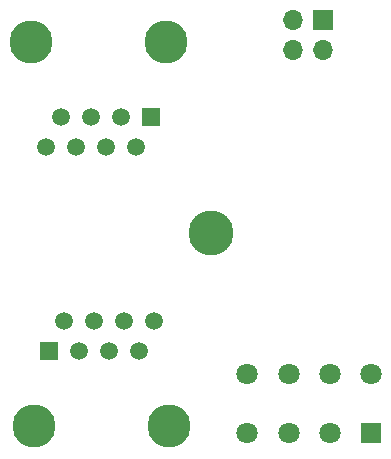
<source format=gbr>
%TF.GenerationSoftware,KiCad,Pcbnew,8.0.3*%
%TF.CreationDate,2024-12-07T23:26:37-06:00*%
%TF.ProjectId,CAN Over Ethernet,43414e20-4f76-4657-9220-45746865726e,rev?*%
%TF.SameCoordinates,Original*%
%TF.FileFunction,Soldermask,Bot*%
%TF.FilePolarity,Negative*%
%FSLAX46Y46*%
G04 Gerber Fmt 4.6, Leading zero omitted, Abs format (unit mm)*
G04 Created by KiCad (PCBNEW 8.0.3) date 2024-12-07 23:26:37*
%MOMM*%
%LPD*%
G01*
G04 APERTURE LIST*
%ADD10C,3.650000*%
%ADD11R,1.500000X1.500000*%
%ADD12C,1.500000*%
%ADD13C,3.800000*%
%ADD14R,1.700000X1.700000*%
%ADD15O,1.700000X1.700000*%
%ADD16R,1.800000X1.800000*%
%ADD17C,1.800000*%
G04 APERTURE END LIST*
D10*
%TO.C,J3*%
X91997500Y-51350000D03*
X80567500Y-51350000D03*
D11*
X90727500Y-57700000D03*
D12*
X89457500Y-60240000D03*
X88187500Y-57700000D03*
X86917500Y-60240000D03*
X85647500Y-57700000D03*
X84377500Y-60240000D03*
X83107500Y-57700000D03*
X81837500Y-60240000D03*
%TD*%
D13*
%TO.C,H1*%
X95800000Y-67500000D03*
%TD*%
D10*
%TO.C,J1*%
X80802500Y-83887500D03*
X92232500Y-83887500D03*
D11*
X82072500Y-77537500D03*
D12*
X83342500Y-74997500D03*
X84612500Y-77537500D03*
X85882500Y-74997500D03*
X87152500Y-77537500D03*
X88422500Y-74997500D03*
X89692500Y-77537500D03*
X90962500Y-74997500D03*
%TD*%
D14*
%TO.C,J2*%
X105300000Y-49500000D03*
D15*
X105300000Y-52040000D03*
X102760000Y-49500000D03*
X102760000Y-52040000D03*
%TD*%
D16*
%TO.C,J4*%
X109400000Y-84417500D03*
D17*
X109400000Y-79417500D03*
X105900000Y-84417500D03*
X105900000Y-79417500D03*
X102400000Y-84417500D03*
X102400000Y-79417500D03*
X98900000Y-84417500D03*
X98900000Y-79417500D03*
%TD*%
M02*

</source>
